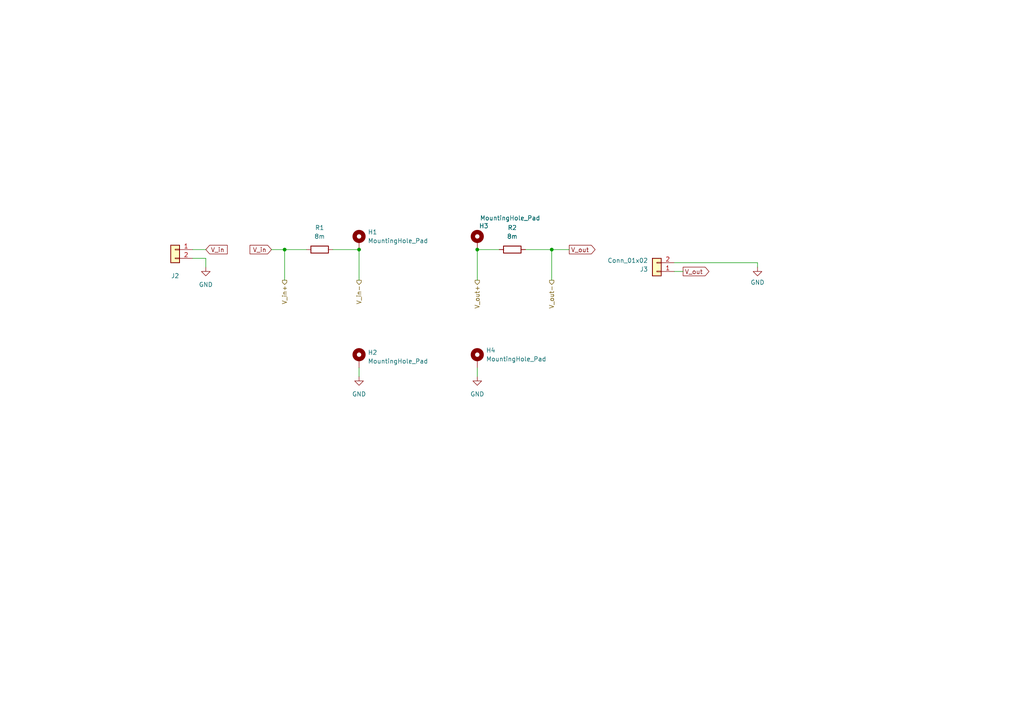
<source format=kicad_sch>
(kicad_sch (version 20231120) (generator "eeschema") (generator_version "8.0")
  (paper "A4")
  (lib_symbols
    (symbol "Connector_Generic:Conn_01x02" (pin_names (offset 1.016) hide)
      (property "Reference" "J" (at 0 2.54 0))
      (property "Value" "Conn_01x02" (at 0 -5.08 0))
      (symbol "Conn_01x02_1_1"
        (rectangle (start -1.27 -2.413) (end 0 -2.667) (stroke (width 0.1524)))
        (rectangle (start -1.27 0.127) (end 0 -0.127) (stroke (width 0.1524)))
        (rectangle (start -1.27 1.27) (end 1.27 -3.81) (stroke (width 0.254)) (fill (type background)))
        (pin passive line (at -5.08 0 0) (length 3.81) (name "Pin_1") (number "1"))
        (pin passive line (at -5.08 -2.54 0) (length 3.81) (name "Pin_2") (number "2"))
      )
    )
    (symbol "Device:R" (pin_numbers hide) (pin_names (offset 0))
      (property "Reference" "R" (at 2.032 0 90))
      (property "Value" "R" (at 0 0 90))
      (symbol "R_0_1"
        (rectangle (start -1.016 -2.54) (end 1.016 2.54) (stroke (width 0.254)))
      )
      (symbol "R_1_1"
        (pin passive line (at 0 3.81 270) (length 1.27) (name "~") (number "1"))
        (pin passive line (at 0 -3.81 90) (length 1.27) (name "~") (number "2"))
      )
    )
    (symbol "Mechanical:MountingHole_Pad" (pin_numbers hide) (pin_names (offset 1.016) hide)
      (property "Reference" "H" (at 0 6.35 0))
      (property "Value" "MountingHole_Pad" (at 0 4.445 0))
      (symbol "MountingHole_Pad_0_1"
        (circle (center 0 1.27) (radius 1.27) (stroke (width 1.27)))
      )
      (symbol "MountingHole_Pad_1_1"
        (pin input line (at 0 -2.54 90) (length 2.54) (name "1") (number "1"))
      )
    )
    (symbol "power:GND" (power) (pin_names (offset 0))
      (property "Value" "GND" (at 0 -3.81 0))
      (symbol "GND_0_1"
        (polyline (pts (xy 0 0) (xy 0 -1.27) (xy 1.27 -1.27) (xy 0 -2.54) (xy -1.27 -1.27) (xy 0 -1.27)))
      )
      (symbol "GND_1_1"
        (pin power_in line (at 0 0 270) (length 0) hide (name "GND") (number "1"))
      )
    )
  )
  (junction (at 160.02 72.39))
  (junction (at 82.55 72.39))
  (junction (at 138.43 72.39))
  (junction (at 104.14 72.39))
  (wire (pts (xy 195.58 76.2) (xy 219.71 76.2)))
  (wire (pts (xy 152.4 72.39) (xy 160.02 72.39)))
  (wire (pts (xy 82.55 72.39) (xy 88.9 72.39)))
  (wire (pts (xy 96.52 72.39) (xy 104.14 72.39)))
  (wire (pts (xy 138.43 109.22) (xy 138.43 106.68)))
  (wire (pts (xy 138.43 72.39) (xy 144.78 72.39)))
  (wire (pts (xy 160.02 72.39) (xy 165.1 72.39)))
  (wire (pts (xy 219.71 76.2) (xy 219.71 77.47)))
  (wire (pts (xy 198.12 78.74) (xy 195.58 78.74)))
  (wire (pts (xy 59.69 77.47) (xy 59.69 74.93)))
  (wire (pts (xy 78.74 72.39) (xy 82.55 72.39)))
  (wire (pts (xy 59.69 74.93) (xy 55.88 74.93)))
  (wire (pts (xy 160.02 72.39) (xy 160.02 81.28)))
  (wire (pts (xy 82.55 72.39) (xy 82.55 81.28)))
  (wire (pts (xy 104.14 109.22) (xy 104.14 106.68)))
  (wire (pts (xy 104.14 72.39) (xy 104.14 81.28)))
  (wire (pts (xy 138.43 72.39) (xy 138.43 81.28)))
  (wire (pts (xy 59.69 72.39) (xy 55.88 72.39)))
  (global_label "V_in" (shape input) (at 59.69 72.39 0) (property "Intersheetrefs" "${INTERSHEET_REFS}" (effects (hide yes))))
  (global_label "V_in" (shape input) (at 78.74 72.39 180) (property "Intersheetrefs" "${INTERSHEET_REFS}" (effects (hide yes))))
  (global_label "V_out" (shape output) (at 198.12 78.74 0) (property "Intersheetrefs" "${INTERSHEET_REFS}" (effects (hide yes))))
  (global_label "V_out" (shape output) (at 165.1 72.39 0) (property "Intersheetrefs" "${INTERSHEET_REFS}" (effects (hide yes))))
  (hierarchical_label "V_in-" (shape output) (at 104.14 81.28 270))
  (hierarchical_label "V_in+" (shape output) (at 82.55 81.28 270))
  (hierarchical_label "V_out+" (shape output) (at 138.43 81.28 270))
  (hierarchical_label "V_out-" (shape output) (at 160.02 81.28 270))
  (symbol (lib_id "Connector_Generic:Conn_01x02") (at 50.8 72.39 0) (mirror y) (unit 1)
    (property "Reference" "J2" (at 50.8 80.01 0))
    (property "Value" "Conn_01x02" (effects (hide yes)))
    (property "Footprint" "BuckBoost:XT30PW-M" (effects (hide yes)))
  )
  (symbol (lib_id "power:GND") (at 219.71 77.47 0) (unit 1)
    (property "Reference" "#PWR05" (effects (hide yes)))
    (property "Value" "GND" (at 219.71 81.915 0))
  )
  (symbol (lib_id "Connector_Generic:Conn_01x02") (at 190.5 78.74 180) (unit 1)
    (property "Reference" "J3" (at 187.96 78.105 0) (effects (justify left)))
    (property "Value" "Conn_01x02" (at 187.96 75.565 0) (effects (justify left)))
    (property "Footprint" "BuckBoost:XT30PW-F" (effects (hide yes)))
  )
  (symbol (lib_id "Mechanical:MountingHole_Pad") (at 104.14 104.14 0) (unit 1)
    (property "Reference" "H2" (at 106.68 102.235 0) (effects (justify left)))
    (property "Value" "MountingHole_Pad" (at 106.68 104.775 0) (effects (justify left)))
    (property "Footprint" "MountingHole:MountingHole_3.2mm_M3_Pad_Via" (effects (hide yes)))
  )
  (symbol (lib_id "Mechanical:MountingHole_Pad") (at 104.14 69.85 0) (unit 1)
    (property "Reference" "H1" (at 106.68 67.31 0) (effects (justify left)))
    (property "Value" "MountingHole_Pad" (at 106.68 69.85 0) (effects (justify left)))
    (property "Footprint" "MountingHole:MountingHole_3.2mm_M3_Pad_Via" (effects (hide yes)))
  )
  (symbol (lib_id "Device:R") (at 92.71 72.39 90) (unit 1)
    (property "Reference" "R1" (at 92.71 66.04 90))
    (property "Value" "8m" (at 92.71 68.58 90))
    (property "Footprint" "BuckBoost:Resistance" (effects (hide yes)))
  )
  (symbol (lib_id "Device:R") (at 148.59 72.39 90) (unit 1)
    (property "Reference" "R2" (at 148.59 66.04 90))
    (property "Value" "8m" (at 148.59 68.58 90))
    (property "Footprint" "BuckBoost:Resistance" (effects (hide yes)))
  )
  (symbol (lib_id "power:GND") (at 104.14 109.22 0) (unit 1)
    (property "Reference" "#PWR03" (effects (hide yes)))
    (property "Value" "GND" (at 104.14 114.3 0))
  )
  (symbol (lib_id "Mechanical:MountingHole_Pad") (at 138.43 69.85 0) (unit 1)
    (property "Reference" "H3" (at 138.938 65.532 0) (effects (justify left)))
    (property "Value" "MountingHole_Pad" (at 139.192 63.246 0) (effects (justify left)))
    (property "Footprint" "MountingHole:MountingHole_3.2mm_M3_Pad_Via" (effects (hide yes)))
  )
  (symbol (lib_id "Mechanical:MountingHole_Pad") (at 138.43 104.14 0) (unit 1)
    (property "Reference" "H4" (at 140.97 101.5999 0) (effects (justify left)))
    (property "Value" "MountingHole_Pad" (at 140.97 104.1399 0) (effects (justify left)))
    (property "Footprint" "MountingHole:MountingHole_3.2mm_M3_Pad_Via" (effects (hide yes)))
  )
  (symbol (lib_id "power:GND") (at 59.69 77.47 0) (unit 1)
    (property "Reference" "#PWR02" (effects (hide yes)))
    (property "Value" "GND" (at 59.69 82.55 0))
  )
  (symbol (lib_id "power:GND") (at 138.43 109.22 0) (unit 1)
    (property "Reference" "#PWR04" (effects (hide yes)))
    (property "Value" "GND" (at 138.43 114.3 0))
  )
)
</source>
